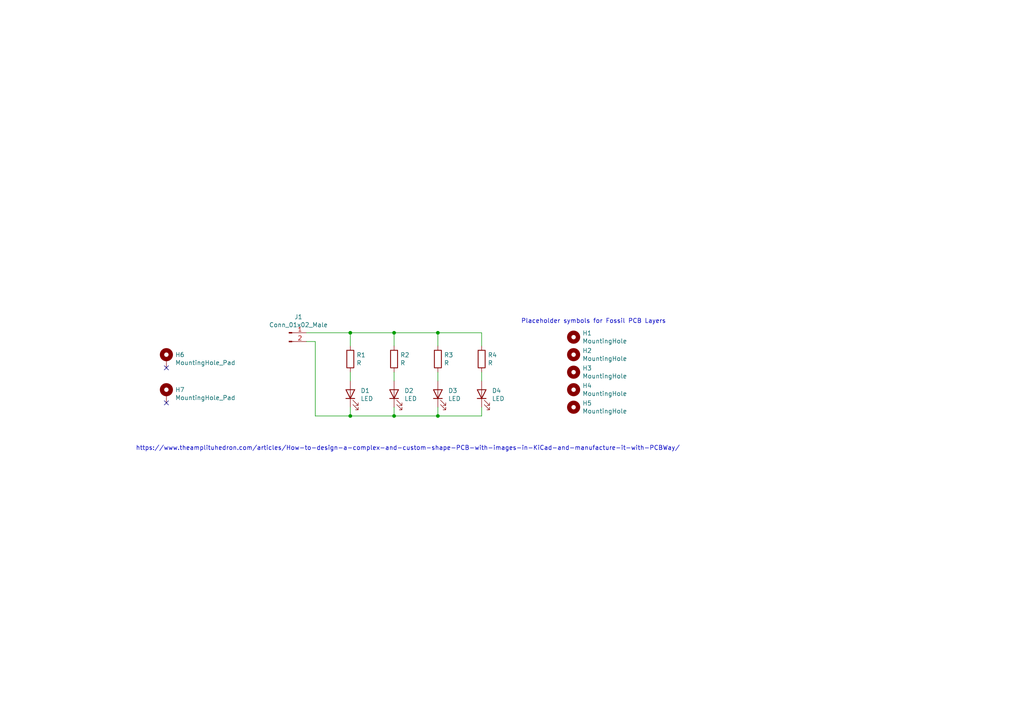
<source format=kicad_sch>
(kicad_sch (version 20211123) (generator eeschema)
  (paper "A4")
  (lib_symbols
    (symbol "Connector:Conn_01x02_Male" (pin_names (offset 1.016) hide)
      (property "Reference" "J" (at 0 2.54 0))
      (property "Value" "Conn_01x02_Male" (at 0 -5.08 0))
      (symbol "Conn_01x02_Male_1_1"
        (polyline (pts (xy 1.27 -2.54) (xy 0.8636 -2.54)) (stroke (width 0.1524)))
        (polyline (pts (xy 1.27 0) (xy 0.8636 0)) (stroke (width 0.1524)))
        (rectangle (start 0.8636 -2.413) (end 0 -2.667) (stroke (width 0.1524)) (fill (type outline)))
        (rectangle (start 0.8636 0.127) (end 0 -0.127) (stroke (width 0.1524)) (fill (type outline)))
        (pin passive line (at 5.08 0 180) (length 3.81) (name "Pin_1") (number "1"))
        (pin passive line (at 5.08 -2.54 180) (length 3.81) (name "Pin_2") (number "2"))
      )
    )
    (symbol "Device:LED" (pin_numbers hide) (pin_names (offset 1.016) hide)
      (property "Reference" "D" (at 0 2.54 0))
      (property "Value" "LED" (at 0 -2.54 0))
      (symbol "LED_0_1"
        (polyline (pts (xy -1.27 -1.27) (xy -1.27 1.27)) (stroke (width 0.254)))
        (polyline (pts (xy -1.27 0) (xy 1.27 0)))
        (polyline (pts (xy 1.27 -1.27) (xy 1.27 1.27) (xy -1.27 0) (xy 1.27 -1.27)) (stroke (width 0.254)))
        (polyline (pts (xy -3.048 -0.762) (xy -4.572 -2.286) (xy -3.81 -2.286) (xy -4.572 -2.286) (xy -4.572 -1.524)))
        (polyline (pts (xy -1.778 -0.762) (xy -3.302 -2.286) (xy -2.54 -2.286) (xy -3.302 -2.286) (xy -3.302 -1.524)))
      )
      (symbol "LED_1_1"
        (pin passive line (at -3.81 0 0) (length 2.54) (name "K") (number "1"))
        (pin passive line (at 3.81 0 180) (length 2.54) (name "A") (number "2"))
      )
    )
    (symbol "Device:R" (pin_numbers hide) (pin_names (offset 0))
      (property "Reference" "R" (at 2.032 0 90))
      (property "Value" "R" (at 0 0 90))
      (symbol "R_0_1"
        (rectangle (start -1.016 -2.54) (end 1.016 2.54) (stroke (width 0.254)))
      )
      (symbol "R_1_1"
        (pin passive line (at 0 3.81 270) (length 1.27) (name "~") (number "1"))
        (pin passive line (at 0 -3.81 90) (length 1.27) (name "~") (number "2"))
      )
    )
    (symbol "Mechanical:MountingHole" (pin_names (offset 1.016))
      (property "Reference" "H" (at 0 5.08 0))
      (property "Value" "MountingHole" (at 0 3.175 0))
      (symbol "MountingHole_0_1"
        (circle (center 0 0) (radius 1.27) (stroke (width 1.27)))
      )
    )
    (symbol "Mechanical:MountingHole_Pad" (pin_numbers hide) (pin_names (offset 1.016) hide)
      (property "Reference" "H" (at 0 6.35 0))
      (property "Value" "MountingHole_Pad" (at 0 4.445 0))
      (symbol "MountingHole_Pad_0_1"
        (circle (center 0 1.27) (radius 1.27) (stroke (width 1.27)))
      )
      (symbol "MountingHole_Pad_1_1"
        (pin input line (at 0 -2.54 90) (length 2.54) (name "1") (number "1"))
      )
    )
  )
  (junction (at 101.6 120.65))
  (junction (at 127 96.52))
  (junction (at 114.3 96.52))
  (junction (at 114.3 120.65))
  (junction (at 127 120.65))
  (junction (at 101.6 96.52))
  (no_connect (at 48.26 116.84))
  (no_connect (at 48.26 106.68))
  (wire (pts (xy 91.44 99.06) (xy 88.9 99.06)))
  (wire (pts (xy 88.9 96.52) (xy 101.6 96.52)))
  (wire (pts (xy 114.3 100.33) (xy 114.3 96.52)))
  (wire (pts (xy 139.7 120.65) (xy 127 120.65)))
  (wire (pts (xy 114.3 118.11) (xy 114.3 120.65)))
  (wire (pts (xy 127 118.11) (xy 127 120.65)))
  (wire (pts (xy 114.3 107.95) (xy 114.3 110.49)))
  (wire (pts (xy 101.6 118.11) (xy 101.6 120.65)))
  (wire (pts (xy 139.7 118.11) (xy 139.7 120.65)))
  (wire (pts (xy 101.6 96.52) (xy 114.3 96.52)))
  (wire (pts (xy 101.6 120.65) (xy 91.44 120.65)))
  (wire (pts (xy 114.3 96.52) (xy 127 96.52)))
  (wire (pts (xy 127 100.33) (xy 127 96.52)))
  (wire (pts (xy 127 96.52) (xy 139.7 96.52)))
  (wire (pts (xy 127 120.65) (xy 114.3 120.65)))
  (wire (pts (xy 127 107.95) (xy 127 110.49)))
  (wire (pts (xy 101.6 107.95) (xy 101.6 110.49)))
  (wire (pts (xy 139.7 107.95) (xy 139.7 110.49)))
  (wire (pts (xy 139.7 96.52) (xy 139.7 100.33)))
  (wire (pts (xy 101.6 100.33) (xy 101.6 96.52)))
  (wire (pts (xy 91.44 120.65) (xy 91.44 99.06)))
  (wire (pts (xy 114.3 120.65) (xy 101.6 120.65)))
  (text "https://www.theamplituhedron.com/articles/How-to-design-a-complex-and-custom-shape-PCB-with-images-in-KiCad-and-manufacture-it-with-PCBWay/" (at 39.37 130.81 0) (effects (font (size 1.27 1.27)) (justify left bottom)))
  (text "Placeholder symbols for Fossil PCB Layers" (at 151.13 93.98 0) (effects (font (size 1.27 1.27)) (justify left bottom)))
  (symbol (lib_id "Connector:Conn_01x02_Male") (at 83.82 96.52 0) (unit 1)
    (property "Reference" "J1" (at 86.5632 91.9226 0))
    (property "Value" "Conn_01x02_Male" (at 86.5632 94.234 0))
    (property "Footprint" "Connector_PinSocket_2.54mm:PinSocket_1x02_P2.54mm_Vertical" (effects hide))
  )
  (symbol (lib_id "Device:R") (at 101.6 104.14 180) (unit 1)
    (property "Reference" "R1" (at 103.378 102.9716 0) (effects (justify right)))
    (property "Value" "R" (at 103.378 105.283 0) (effects (justify right)))
    (property "Footprint" "Resistor_SMD:R_1210_3225Metric_Pad1.42x2.65mm_HandSolder" (effects hide))
  )
  (symbol (lib_id "Device:R") (at 114.3 104.14 180) (unit 1)
    (property "Reference" "R2" (at 116.078 102.9716 0) (effects (justify right)))
    (property "Value" "R" (at 116.078 105.283 0) (effects (justify right)))
    (property "Footprint" "Resistor_SMD:R_1210_3225Metric_Pad1.42x2.65mm_HandSolder" (effects hide))
  )
  (symbol (lib_id "Device:R") (at 127 104.14 180) (unit 1)
    (property "Reference" "R3" (at 128.778 102.9716 0) (effects (justify right)))
    (property "Value" "R" (at 128.778 105.283 0) (effects (justify right)))
    (property "Footprint" "Resistor_SMD:R_1210_3225Metric_Pad1.42x2.65mm_HandSolder" (effects hide))
  )
  (symbol (lib_id "Device:R") (at 139.7 104.14 180) (unit 1)
    (property "Reference" "R4" (at 141.478 102.9716 0) (effects (justify right)))
    (property "Value" "R" (at 141.478 105.283 0) (effects (justify right)))
    (property "Footprint" "Resistor_SMD:R_1210_3225Metric_Pad1.42x2.65mm_HandSolder" (effects hide))
  )
  (symbol (lib_id "Device:LED") (at 101.6 114.3 90) (unit 1)
    (property "Reference" "D1" (at 104.5718 113.3094 90) (effects (justify right)))
    (property "Value" "LED" (at 104.5718 115.6208 90) (effects (justify right)))
    (property "Footprint" "LED_SMD:LED_2512_6332Metric_Pad1.52x3.35mm_HandSolder" (effects hide))
  )
  (symbol (lib_id "Device:LED") (at 114.3 114.3 90) (unit 1)
    (property "Reference" "D2" (at 117.2718 113.3094 90) (effects (justify right)))
    (property "Value" "LED" (at 117.2718 115.6208 90) (effects (justify right)))
    (property "Footprint" "LED_SMD:LED_2512_6332Metric_Pad1.52x3.35mm_HandSolder" (effects hide))
  )
  (symbol (lib_id "Device:LED") (at 127 114.3 90) (unit 1)
    (property "Reference" "D3" (at 129.9718 113.3094 90) (effects (justify right)))
    (property "Value" "LED" (at 129.9718 115.6208 90) (effects (justify right)))
    (property "Footprint" "LED_SMD:LED_2512_6332Metric_Pad1.52x3.35mm_HandSolder" (effects hide))
  )
  (symbol (lib_id "Device:LED") (at 139.7 114.3 90) (unit 1)
    (property "Reference" "D4" (at 142.6718 113.3094 90) (effects (justify right)))
    (property "Value" "LED" (at 142.6718 115.6208 90) (effects (justify right)))
    (property "Footprint" "LED_SMD:LED_2512_6332Metric_Pad1.52x3.35mm_HandSolder" (effects hide))
  )
  (symbol (lib_id "Mechanical:MountingHole") (at 166.37 97.79 0) (unit 1)
    (property "Reference" "H1" (at 168.91 96.6216 0) (effects (justify left)))
    (property "Value" "MountingHole" (at 168.91 98.933 0) (effects (justify left)))
    (property "Footprint" "fossilFootprint:fossilCopperFill" (effects hide))
  )
  (symbol (lib_id "Mechanical:MountingHole") (at 166.37 102.87 0) (unit 1)
    (property "Reference" "H2" (at 168.91 101.7016 0) (effects (justify left)))
    (property "Value" "MountingHole" (at 168.91 104.013 0) (effects (justify left)))
    (property "Footprint" "fossilFootprint:fossilEdge" (effects hide))
  )
  (symbol (lib_id "Mechanical:MountingHole") (at 166.37 107.95 0) (unit 1)
    (property "Reference" "H3" (at 168.91 106.7816 0) (effects (justify left)))
    (property "Value" "MountingHole" (at 168.91 109.093 0) (effects (justify left)))
    (property "Footprint" "fossilFootprint:fossilMasklessBack" (effects hide))
  )
  (symbol (lib_id "Mechanical:MountingHole") (at 166.37 113.03 0) (unit 1)
    (property "Reference" "H4" (at 168.91 111.8616 0) (effects (justify left)))
    (property "Value" "MountingHole" (at 168.91 114.173 0) (effects (justify left)))
    (property "Footprint" "fossilFootprint:fossilMasklessFront" (effects hide))
  )
  (symbol (lib_id "Mechanical:MountingHole") (at 166.37 118.11 0) (unit 1)
    (property "Reference" "H5" (at 168.91 116.9416 0) (effects (justify left)))
    (property "Value" "MountingHole" (at 168.91 119.253 0) (effects (justify left)))
    (property "Footprint" "fossilFootprint:fossilSlikscreen" (effects hide))
  )
  (symbol (lib_id "Mechanical:MountingHole_Pad") (at 48.26 104.14 0) (unit 1)
    (property "Reference" "H6" (at 50.8 102.8954 0) (effects (justify left)))
    (property "Value" "MountingHole_Pad" (at 50.8 105.2068 0) (effects (justify left)))
    (property "Footprint" "customParts:SMD_2x5mm" (effects hide))
  )
  (symbol (lib_id "Mechanical:MountingHole_Pad") (at 48.26 114.3 0) (unit 1)
    (property "Reference" "H7" (at 50.8 113.0554 0) (effects (justify left)))
    (property "Value" "MountingHole_Pad" (at 50.8 115.3668 0) (effects (justify left)))
    (property "Footprint" "customParts:SMD_2x5mm" (effects hide))
  )
)
</source>
